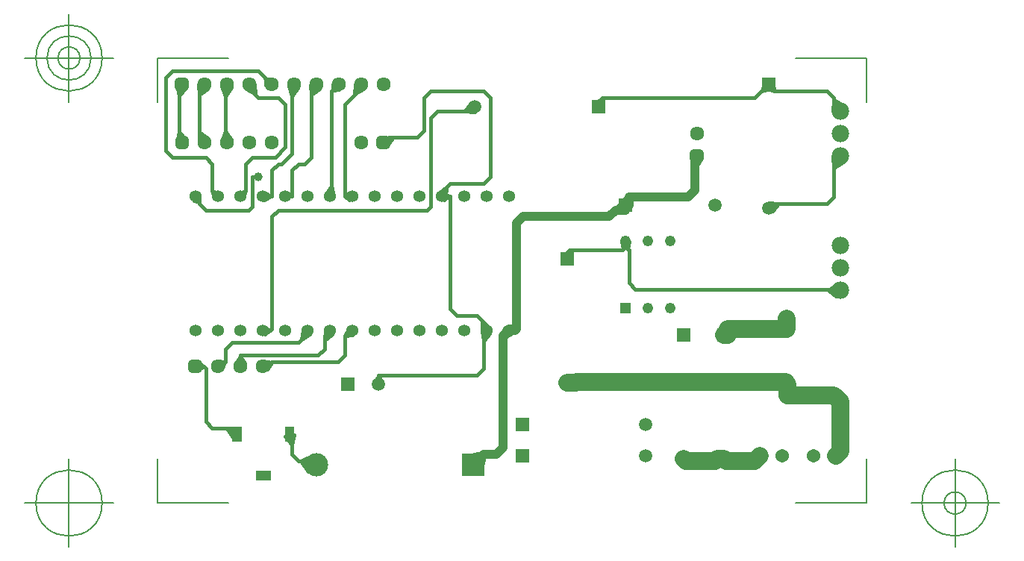
<source format=gbr>
G04 Generated by Ultiboard 14.0 *
%FSLAX34Y34*%
%MOMM*%

%ADD10C,0.0001*%
%ADD11C,0.0010*%
%ADD12C,0.4000*%
%ADD13C,1.0000*%
%ADD14C,2.0000*%
%ADD15C,0.1270*%
%ADD16C,1.6088*%
%ADD17R,0.5291X0.5291*%
%ADD18C,0.9949*%
%ADD19C,2.6500*%
%ADD20R,2.6500X2.6500*%
%ADD21C,1.9898*%
%ADD22C,1.5000*%
%ADD23R,1.5000X1.5000*%
%ADD24C,1.2446*%
%ADD25R,1.2446X1.2446*%
%ADD26C,1.5366*%
%ADD27C,1.0000*%
%ADD28C,1.3556*%


G04 ColorRGB 00FF00 for the following layer *
%LNCopper Top*%
%LPD*%
G54D10*
G54D11*
G36*
X109320Y34200D02*
X109320Y34200D01*
X109320Y24200D01*
X125320Y24200D01*
X125320Y34200D01*
X109320Y34200D01*
D02*
G37*
X109320Y24200D01*
X125320Y24200D01*
X125320Y34200D01*
X109320Y34200D01*
G36*
X82320Y68200D02*
X82320Y68200D01*
X92320Y68200D01*
X92320Y84200D01*
X82320Y84200D01*
X82320Y68200D01*
D02*
G37*
X92320Y68200D01*
X92320Y84200D01*
X82320Y84200D01*
X82320Y68200D01*
G36*
X142320Y68200D02*
X142320Y68200D01*
X152320Y68200D01*
X152320Y84200D01*
X142320Y84200D01*
X142320Y68200D01*
D02*
G37*
X152320Y68200D01*
X152320Y84200D01*
X142320Y84200D01*
X142320Y68200D01*
G54D12*
X320040Y345440D02*
X320040Y350040D01*
X330000Y360000D01*
X367500Y360000D01*
X375000Y367500D01*
X375000Y457500D01*
X367500Y465000D01*
X307500Y465000D01*
X300000Y457500D01*
X300000Y420000D01*
X292500Y412500D01*
X260100Y412500D01*
X254000Y406400D01*
X25400Y472440D02*
X25400Y467900D01*
X22500Y465000D01*
X22500Y412500D01*
X25540Y409460D01*
X25540Y406400D01*
X690880Y472440D02*
X683440Y465000D01*
X682500Y465000D01*
X675000Y457500D01*
X502500Y457500D01*
X502500Y447040D01*
X497840Y447040D01*
X370840Y193040D02*
X370840Y199160D01*
X360000Y210000D01*
X337500Y210000D01*
X330000Y217500D01*
X330000Y345000D01*
X329560Y345440D01*
X320040Y345440D01*
X87320Y76200D02*
X87320Y82500D01*
X60000Y82500D01*
X52500Y90000D01*
X52500Y150000D01*
X50100Y152400D01*
X40640Y152400D01*
X772160Y238760D02*
X758740Y238760D01*
X757500Y240000D01*
X540000Y240000D01*
X532500Y247500D01*
X532500Y285000D01*
X528320Y289180D01*
X528320Y294640D01*
X152400Y472440D02*
X152400Y467400D01*
X150000Y465000D01*
X150000Y393750D01*
X138750Y382500D01*
X135000Y382500D01*
X127500Y375000D01*
X127500Y345440D01*
X116840Y345440D01*
X76200Y472440D02*
X76200Y466200D01*
X75000Y465000D01*
X75000Y412500D01*
X76340Y411160D01*
X76340Y406400D01*
X218440Y193040D02*
X212900Y187500D01*
X210000Y187500D01*
X210000Y165000D01*
X202500Y157500D01*
X127500Y157500D01*
X122400Y152400D01*
X116840Y152400D01*
X228600Y472440D02*
X228600Y468600D01*
X210000Y450000D01*
X210000Y345440D01*
X218440Y345440D01*
X112500Y367500D02*
X105000Y367500D01*
X105000Y333750D01*
X101250Y330000D01*
X52500Y330000D01*
X45000Y337500D01*
X45000Y341080D01*
X40640Y345440D01*
X370840Y193040D02*
X367500Y189700D01*
X367500Y150000D01*
X360000Y142500D01*
X248360Y142500D01*
X248360Y132080D01*
X177800Y40640D02*
X169360Y40640D01*
X165000Y45000D01*
X157500Y45000D01*
X150000Y52500D01*
X150000Y76200D01*
X147320Y76200D01*
X177800Y472440D02*
X172500Y467140D01*
X172500Y390000D01*
X165000Y382500D01*
X157500Y382500D01*
X150000Y375000D01*
X150000Y345440D01*
X142240Y345440D01*
X127000Y472440D02*
X120000Y479440D01*
X120000Y480000D01*
X112500Y487500D01*
X15000Y487500D01*
X7500Y480000D01*
X7500Y397500D01*
X15000Y390000D01*
X52500Y390000D01*
X60000Y382500D01*
X60000Y351480D01*
X66040Y345440D01*
X167640Y193040D02*
X167640Y190140D01*
X157500Y180000D01*
X82500Y180000D01*
X75000Y172500D01*
X75000Y157500D01*
X71140Y157500D01*
X66040Y152400D01*
X203200Y472440D02*
X195760Y465000D01*
X195000Y465000D01*
X195000Y352500D01*
X193040Y350540D01*
X193040Y345440D01*
X772160Y441960D02*
X765000Y449120D01*
X765000Y457500D01*
X757500Y465000D01*
X697500Y465000D01*
X697500Y465820D01*
X690880Y472440D01*
X528320Y294640D02*
X528320Y288320D01*
X525000Y285000D01*
X465000Y285000D01*
X465000Y274320D01*
X462280Y274320D01*
X772160Y391160D02*
X765000Y384000D01*
X765000Y345000D01*
X757500Y337500D01*
X695940Y337500D01*
X690880Y332440D01*
X101600Y472440D02*
X101600Y468400D01*
X112500Y457500D01*
X135000Y457500D01*
X142500Y450000D01*
X142500Y401250D01*
X131250Y390000D01*
X105000Y390000D01*
X97500Y382500D01*
X97500Y351500D01*
X91440Y345440D01*
X50800Y472440D02*
X45000Y466640D01*
X45000Y412340D01*
X50940Y406400D01*
X193040Y193040D02*
X187500Y187500D01*
X187500Y172500D01*
X180000Y165000D01*
X91440Y165000D01*
X91440Y152400D01*
X357840Y447040D02*
X353300Y442500D01*
X315000Y442500D01*
X307500Y435000D01*
X127500Y322500D02*
X127500Y195000D01*
X125540Y193040D01*
X116840Y193040D01*
G36*
X124888Y193040D02*
X124888Y193040D01*
X119677Y189195D01*
X119677Y196885D01*
X124888Y193040D01*
D02*
G37*
X119677Y189195D01*
X119677Y196885D01*
X124888Y193040D01*
G36*
X160831Y183331D02*
X160831Y183331D01*
X162954Y193975D01*
X170115Y188953D01*
X160831Y183331D01*
D02*
G37*
X162954Y193975D01*
X170115Y188953D01*
X160831Y183331D01*
G36*
X187500Y182556D02*
X187500Y182556D01*
X188274Y193381D01*
X196007Y189295D01*
X187500Y182556D01*
D02*
G37*
X188274Y193381D01*
X196007Y189295D01*
X187500Y182556D01*
G36*
X210286Y187500D02*
X210286Y187500D01*
X214176Y195195D01*
X218873Y188282D01*
X210286Y187500D01*
D02*
G37*
X214176Y195195D01*
X218873Y188282D01*
X210286Y187500D01*
G36*
X366093Y203907D02*
X366093Y203907D01*
X374077Y196555D01*
X366062Y193054D01*
X366093Y203907D01*
D02*
G37*
X374077Y196555D01*
X366062Y193054D01*
X366093Y203907D01*
G36*
X367500Y181662D02*
X367500Y181662D01*
X366102Y192424D01*
X374494Y189961D01*
X367500Y181662D01*
D02*
G37*
X366102Y192424D01*
X374494Y189961D01*
X367500Y181662D01*
G36*
X45000Y418103D02*
X45000Y418103D01*
X54464Y411310D01*
X44896Y406454D01*
X45000Y418103D01*
D02*
G37*
X54464Y411310D01*
X44896Y406454D01*
X45000Y418103D01*
G36*
X22500Y418731D02*
X22500Y418731D01*
X29838Y410021D01*
X20051Y407608D01*
X22500Y418731D01*
D02*
G37*
X29838Y410021D01*
X20051Y407608D01*
X22500Y418731D01*
G36*
X75000Y419456D02*
X75000Y419456D01*
X81393Y409717D01*
X70719Y408621D01*
X75000Y419456D01*
D02*
G37*
X81393Y409717D01*
X70719Y408621D01*
X75000Y419456D01*
G36*
X45000Y338675D02*
X45000Y338675D01*
X38945Y340973D01*
X45408Y345139D01*
X45000Y338675D01*
D02*
G37*
X38945Y340973D01*
X45408Y345139D01*
X45000Y338675D01*
G36*
X60349Y351131D02*
X60349Y351131D01*
X66753Y350165D01*
X61315Y344727D01*
X60349Y351131D01*
D02*
G37*
X66753Y350165D01*
X61315Y344727D01*
X60349Y351131D01*
G36*
X97131Y351131D02*
X97131Y351131D01*
X96165Y344727D01*
X90727Y350165D01*
X97131Y351131D01*
D02*
G37*
X96165Y344727D01*
X90727Y350165D01*
X97131Y351131D01*
G36*
X126698Y345440D02*
X126698Y345440D01*
X119156Y341261D01*
X119156Y349619D01*
X126698Y345440D01*
D02*
G37*
X119156Y341261D01*
X119156Y349619D01*
X126698Y345440D01*
G36*
X108638Y461362D02*
X108638Y461362D01*
X98564Y467214D01*
X107621Y472967D01*
X108638Y461362D01*
D02*
G37*
X98564Y467214D01*
X107621Y472967D01*
X108638Y461362D01*
G36*
X22500Y460076D02*
X22500Y460076D01*
X19925Y471170D01*
X29739Y468868D01*
X22500Y460076D01*
D02*
G37*
X19925Y471170D01*
X29739Y468868D01*
X22500Y460076D01*
G36*
X195000Y357135D02*
X195000Y357135D01*
X197671Y346616D01*
X189045Y348062D01*
X195000Y357135D01*
D02*
G37*
X197671Y346616D01*
X189045Y348062D01*
X195000Y357135D01*
G36*
X75000Y459371D02*
X75000Y459371D01*
X70603Y470159D01*
X81288Y469178D01*
X75000Y459371D01*
D02*
G37*
X70603Y470159D01*
X81288Y469178D01*
X75000Y459371D01*
G36*
X45000Y460667D02*
X45000Y460667D01*
X44757Y472314D01*
X54383Y467572D01*
X45000Y460667D01*
D02*
G37*
X44757Y472314D01*
X54383Y467572D01*
X45000Y460667D01*
G36*
X210392Y345440D02*
X210392Y345440D01*
X215603Y349285D01*
X215603Y341595D01*
X210392Y345440D01*
D02*
G37*
X215603Y349285D01*
X215603Y341595D01*
X210392Y345440D01*
G36*
X150000Y459537D02*
X150000Y459537D01*
X146616Y470684D01*
X157166Y468722D01*
X150000Y459537D01*
D02*
G37*
X146616Y470684D01*
X157166Y468722D01*
X150000Y459537D01*
G36*
X120414Y479026D02*
X120414Y479026D01*
X127478Y478465D01*
X120975Y471962D01*
X120414Y479026D01*
D02*
G37*
X127478Y478465D01*
X120975Y471962D01*
X120414Y479026D01*
G36*
X172500Y460434D02*
X172500Y460434D01*
X171768Y472060D01*
X181584Y467727D01*
X172500Y460434D01*
D02*
G37*
X171768Y472060D01*
X181584Y467727D01*
X172500Y460434D01*
G36*
X325803Y355803D02*
X325803Y355803D01*
X324797Y344997D01*
X317154Y349248D01*
X325803Y355803D01*
D02*
G37*
X324797Y344997D01*
X317154Y349248D01*
X325803Y355803D01*
G36*
X328088Y345440D02*
X328088Y345440D01*
X322877Y341595D01*
X322877Y349285D01*
X328088Y345440D01*
D02*
G37*
X322877Y341595D01*
X322877Y349285D01*
X328088Y345440D01*
G36*
X765000Y455174D02*
X765000Y455174D01*
X776088Y448871D01*
X764225Y442443D01*
X765000Y455174D01*
D02*
G37*
X776088Y448871D01*
X764225Y442443D01*
X765000Y455174D01*
G36*
X765000Y377946D02*
X765000Y377946D01*
X764225Y390677D01*
X776088Y384249D01*
X765000Y377946D01*
D02*
G37*
X764225Y390677D01*
X776088Y384249D01*
X765000Y377946D01*
G36*
X221441Y461441D02*
X221441Y461441D01*
X222585Y473034D01*
X231578Y467180D01*
X221441Y461441D01*
D02*
G37*
X222585Y473034D01*
X231578Y467180D01*
X221441Y461441D01*
G36*
X196614Y465854D02*
X196614Y465854D01*
X197175Y472918D01*
X203678Y466415D01*
X196614Y465854D01*
D02*
G37*
X197175Y472918D01*
X203678Y466415D01*
X196614Y465854D01*
G36*
X465000Y284544D02*
X465000Y284544D01*
X467556Y275875D01*
X458475Y278291D01*
X465000Y284544D01*
D02*
G37*
X467556Y275875D01*
X458475Y278291D01*
X465000Y284544D01*
G36*
X502500Y456538D02*
X502500Y456538D01*
X503317Y447537D01*
X494881Y451676D01*
X502500Y456538D01*
D02*
G37*
X503317Y447537D01*
X494881Y451676D01*
X502500Y456538D01*
G36*
X265139Y412500D02*
X265139Y412500D01*
X258602Y403174D01*
X253761Y412015D01*
X265139Y412500D01*
D02*
G37*
X258602Y403174D01*
X253761Y412015D01*
X265139Y412500D01*
G36*
X346108Y442500D02*
X346108Y442500D01*
X353812Y450785D01*
X357383Y441559D01*
X346108Y442500D01*
D02*
G37*
X353812Y450785D01*
X357383Y441559D01*
X346108Y442500D01*
G36*
X684679Y466239D02*
X684679Y466239D01*
X685412Y473030D01*
X691470Y466972D01*
X684679Y466239D01*
D02*
G37*
X685412Y473030D01*
X691470Y466972D01*
X684679Y466239D01*
G36*
X697081Y466239D02*
X697081Y466239D01*
X690290Y466972D01*
X696348Y473030D01*
X697081Y466239D01*
D02*
G37*
X690290Y466972D01*
X696348Y473030D01*
X697081Y466239D01*
G36*
X702398Y337500D02*
X702398Y337500D01*
X695071Y328878D01*
X691092Y337936D01*
X702398Y337500D01*
D02*
G37*
X695071Y328878D01*
X691092Y337936D01*
X702398Y337500D01*
G36*
X150000Y63863D02*
X150000Y63863D01*
X142969Y72763D01*
X152705Y74878D01*
X150000Y63863D01*
D02*
G37*
X142969Y72763D01*
X152705Y74878D01*
X150000Y63863D01*
G36*
X76379Y82500D02*
X76379Y82500D01*
X87695Y81732D01*
X82724Y73098D01*
X76379Y82500D01*
D02*
G37*
X87695Y81732D01*
X82724Y73098D01*
X76379Y82500D01*
G36*
X126978Y156978D02*
X126978Y156978D01*
X121921Y149127D01*
X117745Y158376D01*
X126978Y156978D01*
D02*
G37*
X121921Y149127D01*
X117745Y158376D01*
X126978Y156978D01*
G36*
X49530Y152400D02*
X49530Y152400D01*
X44193Y148045D01*
X44193Y156755D01*
X49530Y152400D01*
D02*
G37*
X44193Y148045D01*
X44193Y156755D01*
X49530Y152400D01*
G36*
X73834Y157500D02*
X73834Y157500D01*
X71840Y150700D01*
X66804Y158396D01*
X73834Y157500D01*
D02*
G37*
X71840Y150700D01*
X66804Y158396D01*
X73834Y157500D01*
G36*
X159996Y45000D02*
X159996Y45000D01*
X173206Y50909D01*
X168981Y33655D01*
X159996Y45000D01*
D02*
G37*
X173206Y50909D01*
X168981Y33655D01*
X159996Y45000D01*
G36*
X91440Y163524D02*
X91440Y163524D01*
X96514Y155684D01*
X86366Y155684D01*
X91440Y163524D01*
D02*
G37*
X96514Y155684D01*
X86366Y155684D01*
X91440Y163524D01*
G36*
X248360Y140850D02*
X248360Y140850D01*
X252644Y135529D01*
X244076Y135529D01*
X248360Y140850D01*
D02*
G37*
X252644Y135529D01*
X244076Y135529D01*
X248360Y140850D01*
G36*
X531575Y285925D02*
X531575Y285925D01*
X525466Y291528D01*
X532516Y294161D01*
X531575Y285925D01*
D02*
G37*
X525466Y291528D01*
X532516Y294161D01*
X531575Y285925D01*
G36*
X525710Y285710D02*
X525710Y285710D01*
X524171Y293855D01*
X531394Y291744D01*
X525710Y285710D01*
D02*
G37*
X524171Y293855D01*
X531394Y291744D01*
X525710Y285710D01*
G36*
X759131Y238760D02*
X759131Y238760D01*
X767310Y245058D01*
X767310Y232462D01*
X759131Y238760D01*
D02*
G37*
X767310Y245058D01*
X767310Y232462D01*
X759131Y238760D01*
X135000Y330000D02*
X127500Y322500D01*
X307500Y435000D02*
X307500Y333750D01*
X303750Y330000D01*
X135000Y330000D01*
G54D13*
X396240Y193040D02*
X390700Y187500D01*
X390000Y187500D01*
X390000Y60000D01*
X382500Y52500D01*
X367460Y52500D01*
X355600Y40640D01*
X528320Y335280D02*
X528320Y330000D01*
X517500Y330000D01*
X510000Y322500D01*
X412500Y322500D01*
X405000Y315000D01*
X405000Y195000D01*
X403040Y193040D01*
X396240Y193040D01*
X609600Y391160D02*
X609600Y384600D01*
X607500Y382500D01*
X607500Y352500D01*
X600000Y345000D01*
X532500Y345000D01*
X532500Y335280D01*
X528320Y335280D01*
G36*
X390402Y187500D02*
X390402Y187500D01*
X394761Y194027D01*
X397149Y191512D01*
X390402Y187500D01*
D02*
G37*
X394761Y194027D01*
X397149Y191512D01*
X390402Y187500D01*
G36*
X404203Y194203D02*
X404203Y194203D01*
X396879Y191381D01*
X396378Y194813D01*
X404203Y194203D01*
D02*
G37*
X396879Y191381D01*
X396378Y194813D01*
X404203Y194203D01*
G36*
X365867Y50907D02*
X365867Y50907D01*
X363715Y39154D01*
X354114Y48755D01*
X365867Y50907D01*
D02*
G37*
X363715Y39154D01*
X354114Y48755D01*
X365867Y50907D01*
G36*
X607517Y382517D02*
X607517Y382517D01*
X606985Y390996D01*
X611853Y389823D01*
X607517Y382517D01*
D02*
G37*
X606985Y390996D01*
X611853Y389823D01*
X607517Y382517D01*
G36*
X521318Y330000D02*
X521318Y330000D01*
X526308Y336764D01*
X529194Y332938D01*
X521318Y330000D01*
D02*
G37*
X526308Y336764D01*
X529194Y332938D01*
X521318Y330000D01*
G36*
X532500Y342990D02*
X532500Y342990D01*
X530766Y334764D01*
X526553Y337049D01*
X532500Y342990D01*
D02*
G37*
X530766Y334764D01*
X526553Y337049D01*
X532500Y342990D01*
G54D14*
X710700Y132080D02*
X710700Y135000D01*
X472500Y135000D01*
X471820Y134320D01*
X462280Y134320D01*
X680720Y50800D02*
X675000Y45080D01*
X675000Y45000D01*
X643040Y45000D01*
X640080Y47960D01*
X767080Y50800D02*
X772500Y56220D01*
X772500Y112500D01*
X765000Y120000D01*
X712500Y120000D01*
X712500Y132080D01*
X710700Y132080D01*
X711200Y207080D02*
X711200Y195000D01*
X645000Y195000D01*
X645000Y187960D01*
X640080Y187960D01*
X640080Y47960D02*
X632960Y47960D01*
X630000Y45000D01*
X597320Y45000D01*
X594360Y47960D01*
G54D15*
X-2540Y-2540D02*
X-2540Y47968D01*
X-2540Y-2540D02*
X77968Y-2540D01*
X802540Y-2540D02*
X722032Y-2540D01*
X802540Y-2540D02*
X802540Y47968D01*
X802540Y502540D02*
X802540Y452032D01*
X802540Y502540D02*
X722032Y502540D01*
X-2540Y502540D02*
X77968Y502540D01*
X-2540Y502540D02*
X-2540Y452032D01*
X-52540Y-2540D02*
X-152540Y-2540D01*
X-102540Y-52540D02*
X-102540Y47460D01*
X-140040Y-2540D02*
G75*
D01*
G02X-140040Y-2540I37500J0*
G01*
X852540Y-2540D02*
X952540Y-2540D01*
X902540Y-52540D02*
X902540Y47460D01*
X865040Y-2540D02*
G75*
D01*
G02X865040Y-2540I37500J0*
G01*
X890040Y-2540D02*
G75*
D01*
G02X890040Y-2540I12500J0*
G01*
X-52540Y502540D02*
X-152540Y502540D01*
X-102540Y452540D02*
X-102540Y552540D01*
X-140040Y502540D02*
G75*
D01*
G02X-140040Y502540I37500J0*
G01*
X-127540Y502540D02*
G75*
D01*
G02X-127540Y502540I25000J0*
G01*
X-115040Y502540D02*
G75*
D01*
G02X-115040Y502540I12500J0*
G01*
G54D16*
X50940Y406400D03*
X76340Y406400D03*
X127140Y406400D03*
X101740Y406400D03*
X101600Y472440D03*
X76200Y472440D03*
X50800Y472440D03*
X152400Y472440D03*
X127000Y472440D03*
X177800Y472440D03*
X228600Y472440D03*
X203200Y472440D03*
X254000Y472440D03*
X228600Y406400D03*
X609600Y416560D03*
X91440Y152400D03*
X66040Y152400D03*
X116840Y152400D03*
G54D17*
X25540Y406400D03*
X25400Y472440D03*
X254000Y406400D03*
X609600Y391160D03*
X40640Y152400D03*
G54D18*
X22895Y403755D02*
X28185Y403755D01*
X28185Y409045D01*
X22895Y409045D01*
X22895Y403755D01*D02*
X22755Y469795D02*
X28045Y469795D01*
X28045Y475085D01*
X22755Y475085D01*
X22755Y469795D01*D02*
X251355Y403755D02*
X256645Y403755D01*
X256645Y409045D01*
X251355Y409045D01*
X251355Y403755D01*D02*
X606955Y388515D02*
X612245Y388515D01*
X612245Y393805D01*
X606955Y393805D01*
X606955Y388515D01*D02*
X37995Y149755D02*
X43285Y149755D01*
X43285Y155045D01*
X37995Y155045D01*
X37995Y149755D01*D02*
G54D19*
X177800Y40640D03*
G54D20*
X355600Y40640D03*
G54D21*
X772160Y289560D03*
X772160Y238760D03*
X772160Y264160D03*
X772160Y391160D03*
X772160Y416560D03*
X772160Y441960D03*
G54D22*
X629920Y335280D03*
X248360Y132080D03*
X711200Y207080D03*
X690880Y332440D03*
X357840Y447040D03*
X640080Y47960D03*
X594360Y47960D03*
X462280Y134320D03*
X551480Y50800D03*
X551480Y86360D03*
G54D23*
X528320Y335280D03*
X213360Y132080D03*
X710700Y132080D03*
X690880Y472440D03*
X497840Y447040D03*
X640080Y187960D03*
X594360Y187960D03*
X462280Y274320D03*
X411480Y50800D03*
X411480Y86360D03*
G54D24*
X528320Y294640D03*
X553720Y218440D03*
X579120Y218440D03*
X553720Y294640D03*
X579120Y294640D03*
G54D25*
X528320Y218440D03*
G54D26*
X680720Y50800D03*
X706120Y50800D03*
X741680Y50800D03*
X767080Y50800D03*
G54D27*
X112500Y367500D03*
G54D28*
X396240Y345440D03*
X370840Y345440D03*
X345440Y345440D03*
X320040Y345440D03*
X294640Y345440D03*
X269240Y345440D03*
X243840Y345440D03*
X218440Y345440D03*
X193040Y345440D03*
X167640Y345440D03*
X142240Y345440D03*
X116840Y345440D03*
X91440Y345440D03*
X66040Y345440D03*
X40640Y345440D03*
X396240Y193040D03*
X370840Y193040D03*
X345440Y193040D03*
X320040Y193040D03*
X294640Y193040D03*
X269240Y193040D03*
X243840Y193040D03*
X218440Y193040D03*
X193040Y193040D03*
X167640Y193040D03*
X142240Y193040D03*
X116840Y193040D03*
X91440Y193040D03*
X66040Y193040D03*
X40640Y193040D03*

M02*

</source>
